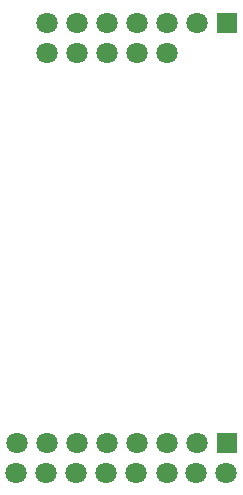
<source format=gbr>
G04 #@! TF.GenerationSoftware,KiCad,Pcbnew,6.0.11-2627ca5db0~126~ubuntu22.04.1*
G04 #@! TF.CreationDate,2023-12-06T10:13:38+01:00*
G04 #@! TF.ProjectId,pushbutton8,70757368-6275-4747-946f-6e382e6b6963,3*
G04 #@! TF.SameCoordinates,PX6657f38PY8eeaea0*
G04 #@! TF.FileFunction,Legend,Bot*
G04 #@! TF.FilePolarity,Positive*
%FSLAX46Y46*%
G04 Gerber Fmt 4.6, Leading zero omitted, Abs format (unit mm)*
G04 Created by KiCad (PCBNEW 6.0.11-2627ca5db0~126~ubuntu22.04.1) date 2023-12-06 10:13:38*
%MOMM*%
%LPD*%
G01*
G04 APERTURE LIST*
%ADD10R,1.800000X1.800000*%
%ADD11C,1.800000*%
G04 APERTURE END LIST*
D10*
X31750000Y8255000D03*
D11*
X31720000Y5715000D03*
X29210000Y8255000D03*
X29180000Y5715000D03*
X26670000Y8255000D03*
X26670000Y5715000D03*
X24130000Y8255000D03*
X24100000Y5715000D03*
X21590000Y8255000D03*
X21560000Y5715000D03*
X19050000Y8255000D03*
X19020000Y5715000D03*
X16510000Y8255000D03*
X16480000Y5715000D03*
X13970000Y8255000D03*
X13940000Y5715000D03*
D10*
X31750000Y43815000D03*
D11*
X29210000Y43815000D03*
X26670000Y43815000D03*
X26670000Y41275000D03*
X24130000Y43815000D03*
X24130000Y41275000D03*
X21590000Y43815000D03*
X21590000Y41275000D03*
X19050000Y43815000D03*
X19050000Y41275000D03*
X16510000Y43815000D03*
X16510000Y41275000D03*
M02*

</source>
